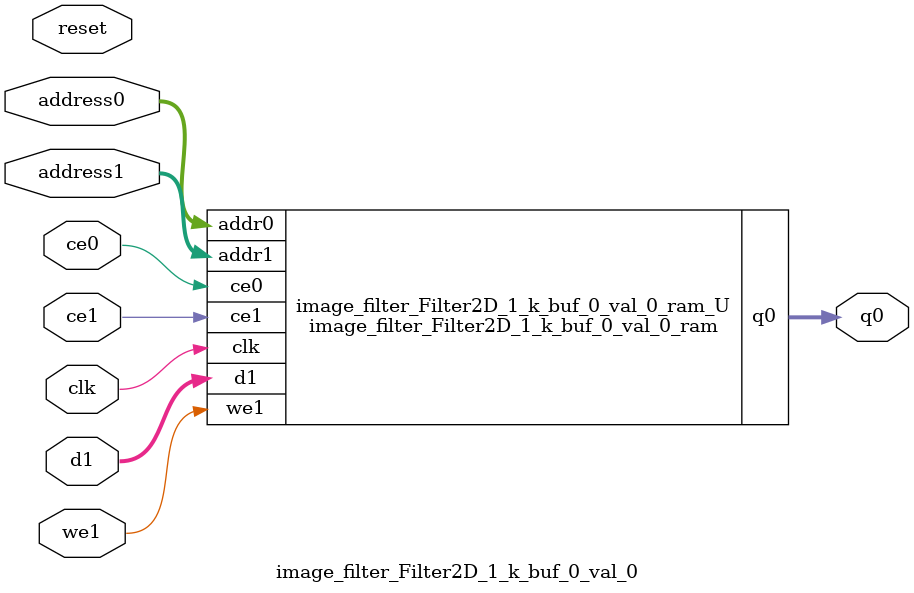
<source format=v>

`timescale 1 ns / 1 ps
module image_filter_Filter2D_1_k_buf_0_val_0_ram (addr0, ce0, q0, addr1, ce1, d1, we1,  clk);

parameter DWIDTH = 8;
parameter AWIDTH = 11;
parameter MEM_SIZE = 1920;

input[AWIDTH-1:0] addr0;
input ce0;
output reg[DWIDTH-1:0] q0;
input[AWIDTH-1:0] addr1;
input ce1;
input[DWIDTH-1:0] d1;
input we1;
input clk;

(* ram_style = "block" *)reg [DWIDTH-1:0] ram[MEM_SIZE-1:0];




always @(posedge clk)  
begin 
    if (ce0) 
    begin
            q0 <= ram[addr0];
    end
end


always @(posedge clk)  
begin 
    if (ce1) 
    begin
        if (we1) 
        begin 
            ram[addr1] <= d1; 
        end 
    end
end


endmodule


`timescale 1 ns / 1 ps
module image_filter_Filter2D_1_k_buf_0_val_0(
    reset,
    clk,
    address0,
    ce0,
    q0,
    address1,
    ce1,
    we1,
    d1);

parameter DataWidth = 32'd8;
parameter AddressRange = 32'd1920;
parameter AddressWidth = 32'd11;
input reset;
input clk;
input[AddressWidth - 1:0] address0;
input ce0;
output[DataWidth - 1:0] q0;
input[AddressWidth - 1:0] address1;
input ce1;
input we1;
input[DataWidth - 1:0] d1;



image_filter_Filter2D_1_k_buf_0_val_0_ram image_filter_Filter2D_1_k_buf_0_val_0_ram_U(
    .clk( clk ),
    .addr0( address0 ),
    .ce0( ce0 ),
    .q0( q0 ),
    .addr1( address1 ),
    .ce1( ce1 ),
    .d1( d1 ),
    .we1( we1 ));

endmodule


</source>
